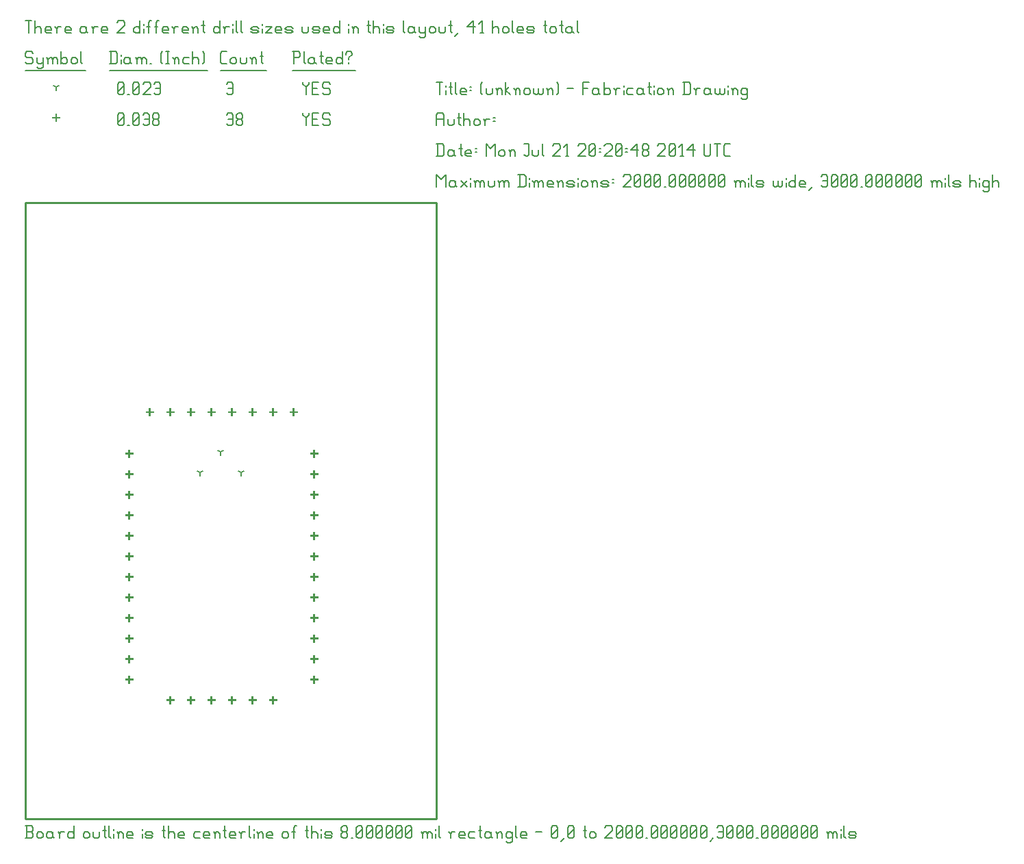
<source format=gbr>
G04 start of page 10 for group -3984 idx -3984 *
G04 Title: (unknown), fab *
G04 Creator: pcb 20110918 *
G04 CreationDate: Mon Jul 21 20:20:48 2014 UTC *
G04 For: fosse *
G04 Format: Gerber/RS-274X *
G04 PCB-Dimensions: 200000 300000 *
G04 PCB-Coordinate-Origin: lower left *
%MOIN*%
%FSLAX25Y25*%
%LNFAB*%
%ADD46C,0.0100*%
%ADD45C,0.0060*%
%ADD44R,0.0080X0.0080*%
G54D44*X140500Y179350D02*Y176150D01*
X138900Y177750D02*X142100D01*
X140500Y169350D02*Y166150D01*
X138900Y167750D02*X142100D01*
X140500Y159350D02*Y156150D01*
X138900Y157750D02*X142100D01*
X140500Y149350D02*Y146150D01*
X138900Y147750D02*X142100D01*
X140500Y139350D02*Y136150D01*
X138900Y137750D02*X142100D01*
X140500Y129350D02*Y126150D01*
X138900Y127750D02*X142100D01*
X140500Y119350D02*Y116150D01*
X138900Y117750D02*X142100D01*
X140500Y109350D02*Y106150D01*
X138900Y107750D02*X142100D01*
X140500Y99350D02*Y96150D01*
X138900Y97750D02*X142100D01*
X140500Y89350D02*Y86150D01*
X138900Y87750D02*X142100D01*
X140500Y79350D02*Y76150D01*
X138900Y77750D02*X142100D01*
X140500Y69350D02*Y66150D01*
X138900Y67750D02*X142100D01*
X50500Y179350D02*Y176150D01*
X48900Y177750D02*X52100D01*
X50500Y169350D02*Y166150D01*
X48900Y167750D02*X52100D01*
X50500Y159350D02*Y156150D01*
X48900Y157750D02*X52100D01*
X50500Y149350D02*Y146150D01*
X48900Y147750D02*X52100D01*
X50500Y139350D02*Y136150D01*
X48900Y137750D02*X52100D01*
X50500Y129350D02*Y126150D01*
X48900Y127750D02*X52100D01*
X50500Y119350D02*Y116150D01*
X48900Y117750D02*X52100D01*
X50500Y109350D02*Y106150D01*
X48900Y107750D02*X52100D01*
X50500Y99350D02*Y96150D01*
X48900Y97750D02*X52100D01*
X50500Y89350D02*Y86150D01*
X48900Y87750D02*X52100D01*
X50500Y79350D02*Y76150D01*
X48900Y77750D02*X52100D01*
X50500Y69350D02*Y66150D01*
X48900Y67750D02*X52100D01*
X60500Y199600D02*Y196400D01*
X58900Y198000D02*X62100D01*
X70500Y199600D02*Y196400D01*
X68900Y198000D02*X72100D01*
X80500Y199600D02*Y196400D01*
X78900Y198000D02*X82100D01*
X90500Y199600D02*Y196400D01*
X88900Y198000D02*X92100D01*
X100500Y199600D02*Y196400D01*
X98900Y198000D02*X102100D01*
X110500Y199600D02*Y196400D01*
X108900Y198000D02*X112100D01*
X120500Y199600D02*Y196400D01*
X118900Y198000D02*X122100D01*
X130500Y199600D02*Y196400D01*
X128900Y198000D02*X132100D01*
X70500Y59350D02*Y56150D01*
X68900Y57750D02*X72100D01*
X80500Y59350D02*Y56150D01*
X78900Y57750D02*X82100D01*
X90500Y59350D02*Y56150D01*
X88900Y57750D02*X92100D01*
X100500Y59350D02*Y56150D01*
X98900Y57750D02*X102100D01*
X110500Y59350D02*Y56150D01*
X108900Y57750D02*X112100D01*
X120500Y59350D02*Y56150D01*
X118900Y57750D02*X122100D01*
X15000Y342850D02*Y339650D01*
X13400Y341250D02*X16600D01*
G54D45*X135000Y343500D02*Y342750D01*
X136500Y341250D01*
X138000Y342750D01*
Y343500D02*Y342750D01*
X136500Y341250D02*Y337500D01*
X139800Y340500D02*X142050D01*
X139800Y337500D02*X142800D01*
X139800Y343500D02*Y337500D01*
Y343500D02*X142800D01*
X147600D02*X148350Y342750D01*
X145350Y343500D02*X147600D01*
X144600Y342750D02*X145350Y343500D01*
X144600Y342750D02*Y341250D01*
X145350Y340500D01*
X147600D01*
X148350Y339750D01*
Y338250D01*
X147600Y337500D02*X148350Y338250D01*
X145350Y337500D02*X147600D01*
X144600Y338250D02*X145350Y337500D01*
X98000Y342750D02*X98750Y343500D01*
X100250D01*
X101000Y342750D01*
Y338250D01*
X100250Y337500D02*X101000Y338250D01*
X98750Y337500D02*X100250D01*
X98000Y338250D02*X98750Y337500D01*
Y340500D02*X101000D01*
X102800Y338250D02*X103550Y337500D01*
X102800Y339750D02*Y338250D01*
Y339750D02*X103550Y340500D01*
X105050D01*
X105800Y339750D01*
Y338250D01*
X105050Y337500D02*X105800Y338250D01*
X103550Y337500D02*X105050D01*
X102800Y341250D02*X103550Y340500D01*
X102800Y342750D02*Y341250D01*
Y342750D02*X103550Y343500D01*
X105050D01*
X105800Y342750D01*
Y341250D01*
X105050Y340500D02*X105800Y341250D01*
X45000Y338250D02*X45750Y337500D01*
X45000Y342750D02*Y338250D01*
Y342750D02*X45750Y343500D01*
X47250D01*
X48000Y342750D01*
Y338250D01*
X47250Y337500D02*X48000Y338250D01*
X45750Y337500D02*X47250D01*
X45000Y339000D02*X48000Y342000D01*
X49800Y337500D02*X50550D01*
X52350Y338250D02*X53100Y337500D01*
X52350Y342750D02*Y338250D01*
Y342750D02*X53100Y343500D01*
X54600D01*
X55350Y342750D01*
Y338250D01*
X54600Y337500D02*X55350Y338250D01*
X53100Y337500D02*X54600D01*
X52350Y339000D02*X55350Y342000D01*
X57150Y342750D02*X57900Y343500D01*
X59400D01*
X60150Y342750D01*
Y338250D01*
X59400Y337500D02*X60150Y338250D01*
X57900Y337500D02*X59400D01*
X57150Y338250D02*X57900Y337500D01*
Y340500D02*X60150D01*
X61950Y338250D02*X62700Y337500D01*
X61950Y339750D02*Y338250D01*
Y339750D02*X62700Y340500D01*
X64200D01*
X64950Y339750D01*
Y338250D01*
X64200Y337500D02*X64950Y338250D01*
X62700Y337500D02*X64200D01*
X61950Y341250D02*X62700Y340500D01*
X61950Y342750D02*Y341250D01*
Y342750D02*X62700Y343500D01*
X64200D01*
X64950Y342750D01*
Y341250D01*
X64200Y340500D02*X64950Y341250D01*
X105000Y168500D02*Y166900D01*
Y168500D02*X106387Y169300D01*
X105000Y168500D02*X103613Y169300D01*
X85000Y168500D02*Y166900D01*
Y168500D02*X86387Y169300D01*
X85000Y168500D02*X83613Y169300D01*
X95000Y178500D02*Y176900D01*
Y178500D02*X96387Y179300D01*
X95000Y178500D02*X93613Y179300D01*
X15000Y356250D02*Y354650D01*
Y356250D02*X16387Y357050D01*
X15000Y356250D02*X13613Y357050D01*
X135000Y358500D02*Y357750D01*
X136500Y356250D01*
X138000Y357750D01*
Y358500D02*Y357750D01*
X136500Y356250D02*Y352500D01*
X139800Y355500D02*X142050D01*
X139800Y352500D02*X142800D01*
X139800Y358500D02*Y352500D01*
Y358500D02*X142800D01*
X147600D02*X148350Y357750D01*
X145350Y358500D02*X147600D01*
X144600Y357750D02*X145350Y358500D01*
X144600Y357750D02*Y356250D01*
X145350Y355500D01*
X147600D01*
X148350Y354750D01*
Y353250D01*
X147600Y352500D02*X148350Y353250D01*
X145350Y352500D02*X147600D01*
X144600Y353250D02*X145350Y352500D01*
X98000Y357750D02*X98750Y358500D01*
X100250D01*
X101000Y357750D01*
Y353250D01*
X100250Y352500D02*X101000Y353250D01*
X98750Y352500D02*X100250D01*
X98000Y353250D02*X98750Y352500D01*
Y355500D02*X101000D01*
X45000Y353250D02*X45750Y352500D01*
X45000Y357750D02*Y353250D01*
Y357750D02*X45750Y358500D01*
X47250D01*
X48000Y357750D01*
Y353250D01*
X47250Y352500D02*X48000Y353250D01*
X45750Y352500D02*X47250D01*
X45000Y354000D02*X48000Y357000D01*
X49800Y352500D02*X50550D01*
X52350Y353250D02*X53100Y352500D01*
X52350Y357750D02*Y353250D01*
Y357750D02*X53100Y358500D01*
X54600D01*
X55350Y357750D01*
Y353250D01*
X54600Y352500D02*X55350Y353250D01*
X53100Y352500D02*X54600D01*
X52350Y354000D02*X55350Y357000D01*
X57150Y357750D02*X57900Y358500D01*
X60150D01*
X60900Y357750D01*
Y356250D01*
X57150Y352500D02*X60900Y356250D01*
X57150Y352500D02*X60900D01*
X62700Y357750D02*X63450Y358500D01*
X64950D01*
X65700Y357750D01*
Y353250D01*
X64950Y352500D02*X65700Y353250D01*
X63450Y352500D02*X64950D01*
X62700Y353250D02*X63450Y352500D01*
Y355500D02*X65700D01*
X3000Y373500D02*X3750Y372750D01*
X750Y373500D02*X3000D01*
X0Y372750D02*X750Y373500D01*
X0Y372750D02*Y371250D01*
X750Y370500D01*
X3000D01*
X3750Y369750D01*
Y368250D01*
X3000Y367500D02*X3750Y368250D01*
X750Y367500D02*X3000D01*
X0Y368250D02*X750Y367500D01*
X5550Y370500D02*Y368250D01*
X6300Y367500D01*
X8550Y370500D02*Y366000D01*
X7800Y365250D02*X8550Y366000D01*
X6300Y365250D02*X7800D01*
X5550Y366000D02*X6300Y365250D01*
Y367500D02*X7800D01*
X8550Y368250D01*
X11100Y369750D02*Y367500D01*
Y369750D02*X11850Y370500D01*
X12600D01*
X13350Y369750D01*
Y367500D01*
Y369750D02*X14100Y370500D01*
X14850D01*
X15600Y369750D01*
Y367500D01*
X10350Y370500D02*X11100Y369750D01*
X17400Y373500D02*Y367500D01*
Y368250D02*X18150Y367500D01*
X19650D01*
X20400Y368250D01*
Y369750D02*Y368250D01*
X19650Y370500D02*X20400Y369750D01*
X18150Y370500D02*X19650D01*
X17400Y369750D02*X18150Y370500D01*
X22200Y369750D02*Y368250D01*
Y369750D02*X22950Y370500D01*
X24450D01*
X25200Y369750D01*
Y368250D01*
X24450Y367500D02*X25200Y368250D01*
X22950Y367500D02*X24450D01*
X22200Y368250D02*X22950Y367500D01*
X27000Y373500D02*Y368250D01*
X27750Y367500D01*
X0Y364250D02*X29250D01*
X41750Y373500D02*Y367500D01*
X44000Y373500D02*X44750Y372750D01*
Y368250D01*
X44000Y367500D02*X44750Y368250D01*
X41000Y367500D02*X44000D01*
X41000Y373500D02*X44000D01*
X46550Y372000D02*Y371250D01*
Y369750D02*Y367500D01*
X50300Y370500D02*X51050Y369750D01*
X48800Y370500D02*X50300D01*
X48050Y369750D02*X48800Y370500D01*
X48050Y369750D02*Y368250D01*
X48800Y367500D01*
X51050Y370500D02*Y368250D01*
X51800Y367500D01*
X48800D02*X50300D01*
X51050Y368250D01*
X54350Y369750D02*Y367500D01*
Y369750D02*X55100Y370500D01*
X55850D01*
X56600Y369750D01*
Y367500D01*
Y369750D02*X57350Y370500D01*
X58100D01*
X58850Y369750D01*
Y367500D01*
X53600Y370500D02*X54350Y369750D01*
X60650Y367500D02*X61400D01*
X65900Y368250D02*X66650Y367500D01*
X65900Y372750D02*X66650Y373500D01*
X65900Y372750D02*Y368250D01*
X68450Y373500D02*X69950D01*
X69200D02*Y367500D01*
X68450D02*X69950D01*
X72500Y369750D02*Y367500D01*
Y369750D02*X73250Y370500D01*
X74000D01*
X74750Y369750D01*
Y367500D01*
X71750Y370500D02*X72500Y369750D01*
X77300Y370500D02*X79550D01*
X76550Y369750D02*X77300Y370500D01*
X76550Y369750D02*Y368250D01*
X77300Y367500D01*
X79550D01*
X81350Y373500D02*Y367500D01*
Y369750D02*X82100Y370500D01*
X83600D01*
X84350Y369750D01*
Y367500D01*
X86150Y373500D02*X86900Y372750D01*
Y368250D01*
X86150Y367500D02*X86900Y368250D01*
X41000Y364250D02*X88700D01*
X95750Y367500D02*X98000D01*
X95000Y368250D02*X95750Y367500D01*
X95000Y372750D02*Y368250D01*
Y372750D02*X95750Y373500D01*
X98000D01*
X99800Y369750D02*Y368250D01*
Y369750D02*X100550Y370500D01*
X102050D01*
X102800Y369750D01*
Y368250D01*
X102050Y367500D02*X102800Y368250D01*
X100550Y367500D02*X102050D01*
X99800Y368250D02*X100550Y367500D01*
X104600Y370500D02*Y368250D01*
X105350Y367500D01*
X106850D01*
X107600Y368250D01*
Y370500D02*Y368250D01*
X110150Y369750D02*Y367500D01*
Y369750D02*X110900Y370500D01*
X111650D01*
X112400Y369750D01*
Y367500D01*
X109400Y370500D02*X110150Y369750D01*
X114950Y373500D02*Y368250D01*
X115700Y367500D01*
X114200Y371250D02*X115700D01*
X95000Y364250D02*X117200D01*
X130750Y373500D02*Y367500D01*
X130000Y373500D02*X133000D01*
X133750Y372750D01*
Y371250D01*
X133000Y370500D02*X133750Y371250D01*
X130750Y370500D02*X133000D01*
X135550Y373500D02*Y368250D01*
X136300Y367500D01*
X140050Y370500D02*X140800Y369750D01*
X138550Y370500D02*X140050D01*
X137800Y369750D02*X138550Y370500D01*
X137800Y369750D02*Y368250D01*
X138550Y367500D01*
X140800Y370500D02*Y368250D01*
X141550Y367500D01*
X138550D02*X140050D01*
X140800Y368250D01*
X144100Y373500D02*Y368250D01*
X144850Y367500D01*
X143350Y371250D02*X144850D01*
X147100Y367500D02*X149350D01*
X146350Y368250D02*X147100Y367500D01*
X146350Y369750D02*Y368250D01*
Y369750D02*X147100Y370500D01*
X148600D01*
X149350Y369750D01*
X146350Y369000D02*X149350D01*
Y369750D02*Y369000D01*
X154150Y373500D02*Y367500D01*
X153400D02*X154150Y368250D01*
X151900Y367500D02*X153400D01*
X151150Y368250D02*X151900Y367500D01*
X151150Y369750D02*Y368250D01*
Y369750D02*X151900Y370500D01*
X153400D01*
X154150Y369750D01*
X157450Y370500D02*Y369750D01*
Y368250D02*Y367500D01*
X155950Y372750D02*Y372000D01*
Y372750D02*X156700Y373500D01*
X158200D01*
X158950Y372750D01*
Y372000D01*
X157450Y370500D02*X158950Y372000D01*
X130000Y364250D02*X160750D01*
X0Y388500D02*X3000D01*
X1500D02*Y382500D01*
X4800Y388500D02*Y382500D01*
Y384750D02*X5550Y385500D01*
X7050D01*
X7800Y384750D01*
Y382500D01*
X10350D02*X12600D01*
X9600Y383250D02*X10350Y382500D01*
X9600Y384750D02*Y383250D01*
Y384750D02*X10350Y385500D01*
X11850D01*
X12600Y384750D01*
X9600Y384000D02*X12600D01*
Y384750D02*Y384000D01*
X15150Y384750D02*Y382500D01*
Y384750D02*X15900Y385500D01*
X17400D01*
X14400D02*X15150Y384750D01*
X19950Y382500D02*X22200D01*
X19200Y383250D02*X19950Y382500D01*
X19200Y384750D02*Y383250D01*
Y384750D02*X19950Y385500D01*
X21450D01*
X22200Y384750D01*
X19200Y384000D02*X22200D01*
Y384750D02*Y384000D01*
X28950Y385500D02*X29700Y384750D01*
X27450Y385500D02*X28950D01*
X26700Y384750D02*X27450Y385500D01*
X26700Y384750D02*Y383250D01*
X27450Y382500D01*
X29700Y385500D02*Y383250D01*
X30450Y382500D01*
X27450D02*X28950D01*
X29700Y383250D01*
X33000Y384750D02*Y382500D01*
Y384750D02*X33750Y385500D01*
X35250D01*
X32250D02*X33000Y384750D01*
X37800Y382500D02*X40050D01*
X37050Y383250D02*X37800Y382500D01*
X37050Y384750D02*Y383250D01*
Y384750D02*X37800Y385500D01*
X39300D01*
X40050Y384750D01*
X37050Y384000D02*X40050D01*
Y384750D02*Y384000D01*
X44550Y387750D02*X45300Y388500D01*
X47550D01*
X48300Y387750D01*
Y386250D01*
X44550Y382500D02*X48300Y386250D01*
X44550Y382500D02*X48300D01*
X55800Y388500D02*Y382500D01*
X55050D02*X55800Y383250D01*
X53550Y382500D02*X55050D01*
X52800Y383250D02*X53550Y382500D01*
X52800Y384750D02*Y383250D01*
Y384750D02*X53550Y385500D01*
X55050D01*
X55800Y384750D01*
X57600Y387000D02*Y386250D01*
Y384750D02*Y382500D01*
X59850Y387750D02*Y382500D01*
Y387750D02*X60600Y388500D01*
X61350D01*
X59100Y385500D02*X60600D01*
X63600Y387750D02*Y382500D01*
Y387750D02*X64350Y388500D01*
X65100D01*
X62850Y385500D02*X64350D01*
X67350Y382500D02*X69600D01*
X66600Y383250D02*X67350Y382500D01*
X66600Y384750D02*Y383250D01*
Y384750D02*X67350Y385500D01*
X68850D01*
X69600Y384750D01*
X66600Y384000D02*X69600D01*
Y384750D02*Y384000D01*
X72150Y384750D02*Y382500D01*
Y384750D02*X72900Y385500D01*
X74400D01*
X71400D02*X72150Y384750D01*
X76950Y382500D02*X79200D01*
X76200Y383250D02*X76950Y382500D01*
X76200Y384750D02*Y383250D01*
Y384750D02*X76950Y385500D01*
X78450D01*
X79200Y384750D01*
X76200Y384000D02*X79200D01*
Y384750D02*Y384000D01*
X81750Y384750D02*Y382500D01*
Y384750D02*X82500Y385500D01*
X83250D01*
X84000Y384750D01*
Y382500D01*
X81000Y385500D02*X81750Y384750D01*
X86550Y388500D02*Y383250D01*
X87300Y382500D01*
X85800Y386250D02*X87300D01*
X94500Y388500D02*Y382500D01*
X93750D02*X94500Y383250D01*
X92250Y382500D02*X93750D01*
X91500Y383250D02*X92250Y382500D01*
X91500Y384750D02*Y383250D01*
Y384750D02*X92250Y385500D01*
X93750D01*
X94500Y384750D01*
X97050D02*Y382500D01*
Y384750D02*X97800Y385500D01*
X99300D01*
X96300D02*X97050Y384750D01*
X101100Y387000D02*Y386250D01*
Y384750D02*Y382500D01*
X102600Y388500D02*Y383250D01*
X103350Y382500D01*
X104850Y388500D02*Y383250D01*
X105600Y382500D01*
X110550D02*X112800D01*
X113550Y383250D01*
X112800Y384000D02*X113550Y383250D01*
X110550Y384000D02*X112800D01*
X109800Y384750D02*X110550Y384000D01*
X109800Y384750D02*X110550Y385500D01*
X112800D01*
X113550Y384750D01*
X109800Y383250D02*X110550Y382500D01*
X115350Y387000D02*Y386250D01*
Y384750D02*Y382500D01*
X116850Y385500D02*X119850D01*
X116850Y382500D02*X119850Y385500D01*
X116850Y382500D02*X119850D01*
X122400D02*X124650D01*
X121650Y383250D02*X122400Y382500D01*
X121650Y384750D02*Y383250D01*
Y384750D02*X122400Y385500D01*
X123900D01*
X124650Y384750D01*
X121650Y384000D02*X124650D01*
Y384750D02*Y384000D01*
X127200Y382500D02*X129450D01*
X130200Y383250D01*
X129450Y384000D02*X130200Y383250D01*
X127200Y384000D02*X129450D01*
X126450Y384750D02*X127200Y384000D01*
X126450Y384750D02*X127200Y385500D01*
X129450D01*
X130200Y384750D01*
X126450Y383250D02*X127200Y382500D01*
X134700Y385500D02*Y383250D01*
X135450Y382500D01*
X136950D01*
X137700Y383250D01*
Y385500D02*Y383250D01*
X140250Y382500D02*X142500D01*
X143250Y383250D01*
X142500Y384000D02*X143250Y383250D01*
X140250Y384000D02*X142500D01*
X139500Y384750D02*X140250Y384000D01*
X139500Y384750D02*X140250Y385500D01*
X142500D01*
X143250Y384750D01*
X139500Y383250D02*X140250Y382500D01*
X145800D02*X148050D01*
X145050Y383250D02*X145800Y382500D01*
X145050Y384750D02*Y383250D01*
Y384750D02*X145800Y385500D01*
X147300D01*
X148050Y384750D01*
X145050Y384000D02*X148050D01*
Y384750D02*Y384000D01*
X152850Y388500D02*Y382500D01*
X152100D02*X152850Y383250D01*
X150600Y382500D02*X152100D01*
X149850Y383250D02*X150600Y382500D01*
X149850Y384750D02*Y383250D01*
Y384750D02*X150600Y385500D01*
X152100D01*
X152850Y384750D01*
X157350Y387000D02*Y386250D01*
Y384750D02*Y382500D01*
X159600Y384750D02*Y382500D01*
Y384750D02*X160350Y385500D01*
X161100D01*
X161850Y384750D01*
Y382500D01*
X158850Y385500D02*X159600Y384750D01*
X167100Y388500D02*Y383250D01*
X167850Y382500D01*
X166350Y386250D02*X167850D01*
X169350Y388500D02*Y382500D01*
Y384750D02*X170100Y385500D01*
X171600D01*
X172350Y384750D01*
Y382500D01*
X174150Y387000D02*Y386250D01*
Y384750D02*Y382500D01*
X176400D02*X178650D01*
X179400Y383250D01*
X178650Y384000D02*X179400Y383250D01*
X176400Y384000D02*X178650D01*
X175650Y384750D02*X176400Y384000D01*
X175650Y384750D02*X176400Y385500D01*
X178650D01*
X179400Y384750D01*
X175650Y383250D02*X176400Y382500D01*
X183900Y388500D02*Y383250D01*
X184650Y382500D01*
X188400Y385500D02*X189150Y384750D01*
X186900Y385500D02*X188400D01*
X186150Y384750D02*X186900Y385500D01*
X186150Y384750D02*Y383250D01*
X186900Y382500D01*
X189150Y385500D02*Y383250D01*
X189900Y382500D01*
X186900D02*X188400D01*
X189150Y383250D01*
X191700Y385500D02*Y383250D01*
X192450Y382500D01*
X194700Y385500D02*Y381000D01*
X193950Y380250D02*X194700Y381000D01*
X192450Y380250D02*X193950D01*
X191700Y381000D02*X192450Y380250D01*
Y382500D02*X193950D01*
X194700Y383250D01*
X196500Y384750D02*Y383250D01*
Y384750D02*X197250Y385500D01*
X198750D01*
X199500Y384750D01*
Y383250D01*
X198750Y382500D02*X199500Y383250D01*
X197250Y382500D02*X198750D01*
X196500Y383250D02*X197250Y382500D01*
X201300Y385500D02*Y383250D01*
X202050Y382500D01*
X203550D01*
X204300Y383250D01*
Y385500D02*Y383250D01*
X206850Y388500D02*Y383250D01*
X207600Y382500D01*
X206100Y386250D02*X207600D01*
X209100Y381000D02*X210600Y382500D01*
X215100Y385500D02*X218100Y388500D01*
X215100Y385500D02*X218850D01*
X218100Y388500D02*Y382500D01*
X221400D02*X222900D01*
X222150Y388500D02*Y382500D01*
X220650Y387000D02*X222150Y388500D01*
X227400D02*Y382500D01*
Y384750D02*X228150Y385500D01*
X229650D01*
X230400Y384750D01*
Y382500D01*
X232200Y384750D02*Y383250D01*
Y384750D02*X232950Y385500D01*
X234450D01*
X235200Y384750D01*
Y383250D01*
X234450Y382500D02*X235200Y383250D01*
X232950Y382500D02*X234450D01*
X232200Y383250D02*X232950Y382500D01*
X237000Y388500D02*Y383250D01*
X237750Y382500D01*
X240000D02*X242250D01*
X239250Y383250D02*X240000Y382500D01*
X239250Y384750D02*Y383250D01*
Y384750D02*X240000Y385500D01*
X241500D01*
X242250Y384750D01*
X239250Y384000D02*X242250D01*
Y384750D02*Y384000D01*
X244800Y382500D02*X247050D01*
X247800Y383250D01*
X247050Y384000D02*X247800Y383250D01*
X244800Y384000D02*X247050D01*
X244050Y384750D02*X244800Y384000D01*
X244050Y384750D02*X244800Y385500D01*
X247050D01*
X247800Y384750D01*
X244050Y383250D02*X244800Y382500D01*
X253050Y388500D02*Y383250D01*
X253800Y382500D01*
X252300Y386250D02*X253800D01*
X255300Y384750D02*Y383250D01*
Y384750D02*X256050Y385500D01*
X257550D01*
X258300Y384750D01*
Y383250D01*
X257550Y382500D02*X258300Y383250D01*
X256050Y382500D02*X257550D01*
X255300Y383250D02*X256050Y382500D01*
X260850Y388500D02*Y383250D01*
X261600Y382500D01*
X260100Y386250D02*X261600D01*
X265350Y385500D02*X266100Y384750D01*
X263850Y385500D02*X265350D01*
X263100Y384750D02*X263850Y385500D01*
X263100Y384750D02*Y383250D01*
X263850Y382500D01*
X266100Y385500D02*Y383250D01*
X266850Y382500D01*
X263850D02*X265350D01*
X266100Y383250D01*
X268650Y388500D02*Y383250D01*
X269400Y382500D01*
G54D46*X0Y300000D02*X200000D01*
X0D02*Y0D01*
X200000Y300000D02*Y0D01*
X0D02*X200000D01*
G54D45*Y313500D02*Y307500D01*
Y313500D02*X202250Y311250D01*
X204500Y313500D01*
Y307500D01*
X208550Y310500D02*X209300Y309750D01*
X207050Y310500D02*X208550D01*
X206300Y309750D02*X207050Y310500D01*
X206300Y309750D02*Y308250D01*
X207050Y307500D01*
X209300Y310500D02*Y308250D01*
X210050Y307500D01*
X207050D02*X208550D01*
X209300Y308250D01*
X211850Y310500D02*X214850Y307500D01*
X211850D02*X214850Y310500D01*
X216650Y312000D02*Y311250D01*
Y309750D02*Y307500D01*
X218900Y309750D02*Y307500D01*
Y309750D02*X219650Y310500D01*
X220400D01*
X221150Y309750D01*
Y307500D01*
Y309750D02*X221900Y310500D01*
X222650D01*
X223400Y309750D01*
Y307500D01*
X218150Y310500D02*X218900Y309750D01*
X225200Y310500D02*Y308250D01*
X225950Y307500D01*
X227450D01*
X228200Y308250D01*
Y310500D02*Y308250D01*
X230750Y309750D02*Y307500D01*
Y309750D02*X231500Y310500D01*
X232250D01*
X233000Y309750D01*
Y307500D01*
Y309750D02*X233750Y310500D01*
X234500D01*
X235250Y309750D01*
Y307500D01*
X230000Y310500D02*X230750Y309750D01*
X240500Y313500D02*Y307500D01*
X242750Y313500D02*X243500Y312750D01*
Y308250D01*
X242750Y307500D02*X243500Y308250D01*
X239750Y307500D02*X242750D01*
X239750Y313500D02*X242750D01*
X245300Y312000D02*Y311250D01*
Y309750D02*Y307500D01*
X247550Y309750D02*Y307500D01*
Y309750D02*X248300Y310500D01*
X249050D01*
X249800Y309750D01*
Y307500D01*
Y309750D02*X250550Y310500D01*
X251300D01*
X252050Y309750D01*
Y307500D01*
X246800Y310500D02*X247550Y309750D01*
X254600Y307500D02*X256850D01*
X253850Y308250D02*X254600Y307500D01*
X253850Y309750D02*Y308250D01*
Y309750D02*X254600Y310500D01*
X256100D01*
X256850Y309750D01*
X253850Y309000D02*X256850D01*
Y309750D02*Y309000D01*
X259400Y309750D02*Y307500D01*
Y309750D02*X260150Y310500D01*
X260900D01*
X261650Y309750D01*
Y307500D01*
X258650Y310500D02*X259400Y309750D01*
X264200Y307500D02*X266450D01*
X267200Y308250D01*
X266450Y309000D02*X267200Y308250D01*
X264200Y309000D02*X266450D01*
X263450Y309750D02*X264200Y309000D01*
X263450Y309750D02*X264200Y310500D01*
X266450D01*
X267200Y309750D01*
X263450Y308250D02*X264200Y307500D01*
X269000Y312000D02*Y311250D01*
Y309750D02*Y307500D01*
X270500Y309750D02*Y308250D01*
Y309750D02*X271250Y310500D01*
X272750D01*
X273500Y309750D01*
Y308250D01*
X272750Y307500D02*X273500Y308250D01*
X271250Y307500D02*X272750D01*
X270500Y308250D02*X271250Y307500D01*
X276050Y309750D02*Y307500D01*
Y309750D02*X276800Y310500D01*
X277550D01*
X278300Y309750D01*
Y307500D01*
X275300Y310500D02*X276050Y309750D01*
X280850Y307500D02*X283100D01*
X283850Y308250D01*
X283100Y309000D02*X283850Y308250D01*
X280850Y309000D02*X283100D01*
X280100Y309750D02*X280850Y309000D01*
X280100Y309750D02*X280850Y310500D01*
X283100D01*
X283850Y309750D01*
X280100Y308250D02*X280850Y307500D01*
X285650Y311250D02*X286400D01*
X285650Y309750D02*X286400D01*
X290900Y312750D02*X291650Y313500D01*
X293900D01*
X294650Y312750D01*
Y311250D01*
X290900Y307500D02*X294650Y311250D01*
X290900Y307500D02*X294650D01*
X296450Y308250D02*X297200Y307500D01*
X296450Y312750D02*Y308250D01*
Y312750D02*X297200Y313500D01*
X298700D01*
X299450Y312750D01*
Y308250D01*
X298700Y307500D02*X299450Y308250D01*
X297200Y307500D02*X298700D01*
X296450Y309000D02*X299450Y312000D01*
X301250Y308250D02*X302000Y307500D01*
X301250Y312750D02*Y308250D01*
Y312750D02*X302000Y313500D01*
X303500D01*
X304250Y312750D01*
Y308250D01*
X303500Y307500D02*X304250Y308250D01*
X302000Y307500D02*X303500D01*
X301250Y309000D02*X304250Y312000D01*
X306050Y308250D02*X306800Y307500D01*
X306050Y312750D02*Y308250D01*
Y312750D02*X306800Y313500D01*
X308300D01*
X309050Y312750D01*
Y308250D01*
X308300Y307500D02*X309050Y308250D01*
X306800Y307500D02*X308300D01*
X306050Y309000D02*X309050Y312000D01*
X310850Y307500D02*X311600D01*
X313400Y308250D02*X314150Y307500D01*
X313400Y312750D02*Y308250D01*
Y312750D02*X314150Y313500D01*
X315650D01*
X316400Y312750D01*
Y308250D01*
X315650Y307500D02*X316400Y308250D01*
X314150Y307500D02*X315650D01*
X313400Y309000D02*X316400Y312000D01*
X318200Y308250D02*X318950Y307500D01*
X318200Y312750D02*Y308250D01*
Y312750D02*X318950Y313500D01*
X320450D01*
X321200Y312750D01*
Y308250D01*
X320450Y307500D02*X321200Y308250D01*
X318950Y307500D02*X320450D01*
X318200Y309000D02*X321200Y312000D01*
X323000Y308250D02*X323750Y307500D01*
X323000Y312750D02*Y308250D01*
Y312750D02*X323750Y313500D01*
X325250D01*
X326000Y312750D01*
Y308250D01*
X325250Y307500D02*X326000Y308250D01*
X323750Y307500D02*X325250D01*
X323000Y309000D02*X326000Y312000D01*
X327800Y308250D02*X328550Y307500D01*
X327800Y312750D02*Y308250D01*
Y312750D02*X328550Y313500D01*
X330050D01*
X330800Y312750D01*
Y308250D01*
X330050Y307500D02*X330800Y308250D01*
X328550Y307500D02*X330050D01*
X327800Y309000D02*X330800Y312000D01*
X332600Y308250D02*X333350Y307500D01*
X332600Y312750D02*Y308250D01*
Y312750D02*X333350Y313500D01*
X334850D01*
X335600Y312750D01*
Y308250D01*
X334850Y307500D02*X335600Y308250D01*
X333350Y307500D02*X334850D01*
X332600Y309000D02*X335600Y312000D01*
X337400Y308250D02*X338150Y307500D01*
X337400Y312750D02*Y308250D01*
Y312750D02*X338150Y313500D01*
X339650D01*
X340400Y312750D01*
Y308250D01*
X339650Y307500D02*X340400Y308250D01*
X338150Y307500D02*X339650D01*
X337400Y309000D02*X340400Y312000D01*
X345650Y309750D02*Y307500D01*
Y309750D02*X346400Y310500D01*
X347150D01*
X347900Y309750D01*
Y307500D01*
Y309750D02*X348650Y310500D01*
X349400D01*
X350150Y309750D01*
Y307500D01*
X344900Y310500D02*X345650Y309750D01*
X351950Y312000D02*Y311250D01*
Y309750D02*Y307500D01*
X353450Y313500D02*Y308250D01*
X354200Y307500D01*
X356450D02*X358700D01*
X359450Y308250D01*
X358700Y309000D02*X359450Y308250D01*
X356450Y309000D02*X358700D01*
X355700Y309750D02*X356450Y309000D01*
X355700Y309750D02*X356450Y310500D01*
X358700D01*
X359450Y309750D01*
X355700Y308250D02*X356450Y307500D01*
X363950Y310500D02*Y308250D01*
X364700Y307500D01*
X365450D01*
X366200Y308250D01*
Y310500D02*Y308250D01*
X366950Y307500D01*
X367700D01*
X368450Y308250D01*
Y310500D02*Y308250D01*
X370250Y312000D02*Y311250D01*
Y309750D02*Y307500D01*
X374750Y313500D02*Y307500D01*
X374000D02*X374750Y308250D01*
X372500Y307500D02*X374000D01*
X371750Y308250D02*X372500Y307500D01*
X371750Y309750D02*Y308250D01*
Y309750D02*X372500Y310500D01*
X374000D01*
X374750Y309750D01*
X377300Y307500D02*X379550D01*
X376550Y308250D02*X377300Y307500D01*
X376550Y309750D02*Y308250D01*
Y309750D02*X377300Y310500D01*
X378800D01*
X379550Y309750D01*
X376550Y309000D02*X379550D01*
Y309750D02*Y309000D01*
X381350Y306000D02*X382850Y307500D01*
X387350Y312750D02*X388100Y313500D01*
X389600D01*
X390350Y312750D01*
Y308250D01*
X389600Y307500D02*X390350Y308250D01*
X388100Y307500D02*X389600D01*
X387350Y308250D02*X388100Y307500D01*
Y310500D02*X390350D01*
X392150Y308250D02*X392900Y307500D01*
X392150Y312750D02*Y308250D01*
Y312750D02*X392900Y313500D01*
X394400D01*
X395150Y312750D01*
Y308250D01*
X394400Y307500D02*X395150Y308250D01*
X392900Y307500D02*X394400D01*
X392150Y309000D02*X395150Y312000D01*
X396950Y308250D02*X397700Y307500D01*
X396950Y312750D02*Y308250D01*
Y312750D02*X397700Y313500D01*
X399200D01*
X399950Y312750D01*
Y308250D01*
X399200Y307500D02*X399950Y308250D01*
X397700Y307500D02*X399200D01*
X396950Y309000D02*X399950Y312000D01*
X401750Y308250D02*X402500Y307500D01*
X401750Y312750D02*Y308250D01*
Y312750D02*X402500Y313500D01*
X404000D01*
X404750Y312750D01*
Y308250D01*
X404000Y307500D02*X404750Y308250D01*
X402500Y307500D02*X404000D01*
X401750Y309000D02*X404750Y312000D01*
X406550Y307500D02*X407300D01*
X409100Y308250D02*X409850Y307500D01*
X409100Y312750D02*Y308250D01*
Y312750D02*X409850Y313500D01*
X411350D01*
X412100Y312750D01*
Y308250D01*
X411350Y307500D02*X412100Y308250D01*
X409850Y307500D02*X411350D01*
X409100Y309000D02*X412100Y312000D01*
X413900Y308250D02*X414650Y307500D01*
X413900Y312750D02*Y308250D01*
Y312750D02*X414650Y313500D01*
X416150D01*
X416900Y312750D01*
Y308250D01*
X416150Y307500D02*X416900Y308250D01*
X414650Y307500D02*X416150D01*
X413900Y309000D02*X416900Y312000D01*
X418700Y308250D02*X419450Y307500D01*
X418700Y312750D02*Y308250D01*
Y312750D02*X419450Y313500D01*
X420950D01*
X421700Y312750D01*
Y308250D01*
X420950Y307500D02*X421700Y308250D01*
X419450Y307500D02*X420950D01*
X418700Y309000D02*X421700Y312000D01*
X423500Y308250D02*X424250Y307500D01*
X423500Y312750D02*Y308250D01*
Y312750D02*X424250Y313500D01*
X425750D01*
X426500Y312750D01*
Y308250D01*
X425750Y307500D02*X426500Y308250D01*
X424250Y307500D02*X425750D01*
X423500Y309000D02*X426500Y312000D01*
X428300Y308250D02*X429050Y307500D01*
X428300Y312750D02*Y308250D01*
Y312750D02*X429050Y313500D01*
X430550D01*
X431300Y312750D01*
Y308250D01*
X430550Y307500D02*X431300Y308250D01*
X429050Y307500D02*X430550D01*
X428300Y309000D02*X431300Y312000D01*
X433100Y308250D02*X433850Y307500D01*
X433100Y312750D02*Y308250D01*
Y312750D02*X433850Y313500D01*
X435350D01*
X436100Y312750D01*
Y308250D01*
X435350Y307500D02*X436100Y308250D01*
X433850Y307500D02*X435350D01*
X433100Y309000D02*X436100Y312000D01*
X441350Y309750D02*Y307500D01*
Y309750D02*X442100Y310500D01*
X442850D01*
X443600Y309750D01*
Y307500D01*
Y309750D02*X444350Y310500D01*
X445100D01*
X445850Y309750D01*
Y307500D01*
X440600Y310500D02*X441350Y309750D01*
X447650Y312000D02*Y311250D01*
Y309750D02*Y307500D01*
X449150Y313500D02*Y308250D01*
X449900Y307500D01*
X452150D02*X454400D01*
X455150Y308250D01*
X454400Y309000D02*X455150Y308250D01*
X452150Y309000D02*X454400D01*
X451400Y309750D02*X452150Y309000D01*
X451400Y309750D02*X452150Y310500D01*
X454400D01*
X455150Y309750D01*
X451400Y308250D02*X452150Y307500D01*
X459650Y313500D02*Y307500D01*
Y309750D02*X460400Y310500D01*
X461900D01*
X462650Y309750D01*
Y307500D01*
X464450Y312000D02*Y311250D01*
Y309750D02*Y307500D01*
X468200Y310500D02*X468950Y309750D01*
X466700Y310500D02*X468200D01*
X465950Y309750D02*X466700Y310500D01*
X465950Y309750D02*Y308250D01*
X466700Y307500D01*
X468200D01*
X468950Y308250D01*
X465950Y306000D02*X466700Y305250D01*
X468200D01*
X468950Y306000D01*
Y310500D02*Y306000D01*
X470750Y313500D02*Y307500D01*
Y309750D02*X471500Y310500D01*
X473000D01*
X473750Y309750D01*
Y307500D01*
X0Y-9500D02*X3000D01*
X3750Y-8750D01*
Y-7250D02*Y-8750D01*
X3000Y-6500D02*X3750Y-7250D01*
X750Y-6500D02*X3000D01*
X750Y-3500D02*Y-9500D01*
X0Y-3500D02*X3000D01*
X3750Y-4250D01*
Y-5750D01*
X3000Y-6500D02*X3750Y-5750D01*
X5550Y-7250D02*Y-8750D01*
Y-7250D02*X6300Y-6500D01*
X7800D01*
X8550Y-7250D01*
Y-8750D01*
X7800Y-9500D02*X8550Y-8750D01*
X6300Y-9500D02*X7800D01*
X5550Y-8750D02*X6300Y-9500D01*
X12600Y-6500D02*X13350Y-7250D01*
X11100Y-6500D02*X12600D01*
X10350Y-7250D02*X11100Y-6500D01*
X10350Y-7250D02*Y-8750D01*
X11100Y-9500D01*
X13350Y-6500D02*Y-8750D01*
X14100Y-9500D01*
X11100D02*X12600D01*
X13350Y-8750D01*
X16650Y-7250D02*Y-9500D01*
Y-7250D02*X17400Y-6500D01*
X18900D01*
X15900D02*X16650Y-7250D01*
X23700Y-3500D02*Y-9500D01*
X22950D02*X23700Y-8750D01*
X21450Y-9500D02*X22950D01*
X20700Y-8750D02*X21450Y-9500D01*
X20700Y-7250D02*Y-8750D01*
Y-7250D02*X21450Y-6500D01*
X22950D01*
X23700Y-7250D01*
X28200D02*Y-8750D01*
Y-7250D02*X28950Y-6500D01*
X30450D01*
X31200Y-7250D01*
Y-8750D01*
X30450Y-9500D02*X31200Y-8750D01*
X28950Y-9500D02*X30450D01*
X28200Y-8750D02*X28950Y-9500D01*
X33000Y-6500D02*Y-8750D01*
X33750Y-9500D01*
X35250D01*
X36000Y-8750D01*
Y-6500D02*Y-8750D01*
X38550Y-3500D02*Y-8750D01*
X39300Y-9500D01*
X37800Y-5750D02*X39300D01*
X40800Y-3500D02*Y-8750D01*
X41550Y-9500D01*
X43050Y-5000D02*Y-5750D01*
Y-7250D02*Y-9500D01*
X45300Y-7250D02*Y-9500D01*
Y-7250D02*X46050Y-6500D01*
X46800D01*
X47550Y-7250D01*
Y-9500D01*
X44550Y-6500D02*X45300Y-7250D01*
X50100Y-9500D02*X52350D01*
X49350Y-8750D02*X50100Y-9500D01*
X49350Y-7250D02*Y-8750D01*
Y-7250D02*X50100Y-6500D01*
X51600D01*
X52350Y-7250D01*
X49350Y-8000D02*X52350D01*
Y-7250D02*Y-8000D01*
X56850Y-5000D02*Y-5750D01*
Y-7250D02*Y-9500D01*
X59100D02*X61350D01*
X62100Y-8750D01*
X61350Y-8000D02*X62100Y-8750D01*
X59100Y-8000D02*X61350D01*
X58350Y-7250D02*X59100Y-8000D01*
X58350Y-7250D02*X59100Y-6500D01*
X61350D01*
X62100Y-7250D01*
X58350Y-8750D02*X59100Y-9500D01*
X67350Y-3500D02*Y-8750D01*
X68100Y-9500D01*
X66600Y-5750D02*X68100D01*
X69600Y-3500D02*Y-9500D01*
Y-7250D02*X70350Y-6500D01*
X71850D01*
X72600Y-7250D01*
Y-9500D01*
X75150D02*X77400D01*
X74400Y-8750D02*X75150Y-9500D01*
X74400Y-7250D02*Y-8750D01*
Y-7250D02*X75150Y-6500D01*
X76650D01*
X77400Y-7250D01*
X74400Y-8000D02*X77400D01*
Y-7250D02*Y-8000D01*
X82650Y-6500D02*X84900D01*
X81900Y-7250D02*X82650Y-6500D01*
X81900Y-7250D02*Y-8750D01*
X82650Y-9500D01*
X84900D01*
X87450D02*X89700D01*
X86700Y-8750D02*X87450Y-9500D01*
X86700Y-7250D02*Y-8750D01*
Y-7250D02*X87450Y-6500D01*
X88950D01*
X89700Y-7250D01*
X86700Y-8000D02*X89700D01*
Y-7250D02*Y-8000D01*
X92250Y-7250D02*Y-9500D01*
Y-7250D02*X93000Y-6500D01*
X93750D01*
X94500Y-7250D01*
Y-9500D01*
X91500Y-6500D02*X92250Y-7250D01*
X97050Y-3500D02*Y-8750D01*
X97800Y-9500D01*
X96300Y-5750D02*X97800D01*
X100050Y-9500D02*X102300D01*
X99300Y-8750D02*X100050Y-9500D01*
X99300Y-7250D02*Y-8750D01*
Y-7250D02*X100050Y-6500D01*
X101550D01*
X102300Y-7250D01*
X99300Y-8000D02*X102300D01*
Y-7250D02*Y-8000D01*
X104850Y-7250D02*Y-9500D01*
Y-7250D02*X105600Y-6500D01*
X107100D01*
X104100D02*X104850Y-7250D01*
X108900Y-3500D02*Y-8750D01*
X109650Y-9500D01*
X111150Y-5000D02*Y-5750D01*
Y-7250D02*Y-9500D01*
X113400Y-7250D02*Y-9500D01*
Y-7250D02*X114150Y-6500D01*
X114900D01*
X115650Y-7250D01*
Y-9500D01*
X112650Y-6500D02*X113400Y-7250D01*
X118200Y-9500D02*X120450D01*
X117450Y-8750D02*X118200Y-9500D01*
X117450Y-7250D02*Y-8750D01*
Y-7250D02*X118200Y-6500D01*
X119700D01*
X120450Y-7250D01*
X117450Y-8000D02*X120450D01*
Y-7250D02*Y-8000D01*
X124950Y-7250D02*Y-8750D01*
Y-7250D02*X125700Y-6500D01*
X127200D01*
X127950Y-7250D01*
Y-8750D01*
X127200Y-9500D02*X127950Y-8750D01*
X125700Y-9500D02*X127200D01*
X124950Y-8750D02*X125700Y-9500D01*
X130500Y-4250D02*Y-9500D01*
Y-4250D02*X131250Y-3500D01*
X132000D01*
X129750Y-6500D02*X131250D01*
X136950Y-3500D02*Y-8750D01*
X137700Y-9500D01*
X136200Y-5750D02*X137700D01*
X139200Y-3500D02*Y-9500D01*
Y-7250D02*X139950Y-6500D01*
X141450D01*
X142200Y-7250D01*
Y-9500D01*
X144000Y-5000D02*Y-5750D01*
Y-7250D02*Y-9500D01*
X146250D02*X148500D01*
X149250Y-8750D01*
X148500Y-8000D02*X149250Y-8750D01*
X146250Y-8000D02*X148500D01*
X145500Y-7250D02*X146250Y-8000D01*
X145500Y-7250D02*X146250Y-6500D01*
X148500D01*
X149250Y-7250D01*
X145500Y-8750D02*X146250Y-9500D01*
X153750Y-8750D02*X154500Y-9500D01*
X153750Y-7250D02*Y-8750D01*
Y-7250D02*X154500Y-6500D01*
X156000D01*
X156750Y-7250D01*
Y-8750D01*
X156000Y-9500D02*X156750Y-8750D01*
X154500Y-9500D02*X156000D01*
X153750Y-5750D02*X154500Y-6500D01*
X153750Y-4250D02*Y-5750D01*
Y-4250D02*X154500Y-3500D01*
X156000D01*
X156750Y-4250D01*
Y-5750D01*
X156000Y-6500D02*X156750Y-5750D01*
X158550Y-9500D02*X159300D01*
X161100Y-8750D02*X161850Y-9500D01*
X161100Y-4250D02*Y-8750D01*
Y-4250D02*X161850Y-3500D01*
X163350D01*
X164100Y-4250D01*
Y-8750D01*
X163350Y-9500D02*X164100Y-8750D01*
X161850Y-9500D02*X163350D01*
X161100Y-8000D02*X164100Y-5000D01*
X165900Y-8750D02*X166650Y-9500D01*
X165900Y-4250D02*Y-8750D01*
Y-4250D02*X166650Y-3500D01*
X168150D01*
X168900Y-4250D01*
Y-8750D01*
X168150Y-9500D02*X168900Y-8750D01*
X166650Y-9500D02*X168150D01*
X165900Y-8000D02*X168900Y-5000D01*
X170700Y-8750D02*X171450Y-9500D01*
X170700Y-4250D02*Y-8750D01*
Y-4250D02*X171450Y-3500D01*
X172950D01*
X173700Y-4250D01*
Y-8750D01*
X172950Y-9500D02*X173700Y-8750D01*
X171450Y-9500D02*X172950D01*
X170700Y-8000D02*X173700Y-5000D01*
X175500Y-8750D02*X176250Y-9500D01*
X175500Y-4250D02*Y-8750D01*
Y-4250D02*X176250Y-3500D01*
X177750D01*
X178500Y-4250D01*
Y-8750D01*
X177750Y-9500D02*X178500Y-8750D01*
X176250Y-9500D02*X177750D01*
X175500Y-8000D02*X178500Y-5000D01*
X180300Y-8750D02*X181050Y-9500D01*
X180300Y-4250D02*Y-8750D01*
Y-4250D02*X181050Y-3500D01*
X182550D01*
X183300Y-4250D01*
Y-8750D01*
X182550Y-9500D02*X183300Y-8750D01*
X181050Y-9500D02*X182550D01*
X180300Y-8000D02*X183300Y-5000D01*
X185100Y-8750D02*X185850Y-9500D01*
X185100Y-4250D02*Y-8750D01*
Y-4250D02*X185850Y-3500D01*
X187350D01*
X188100Y-4250D01*
Y-8750D01*
X187350Y-9500D02*X188100Y-8750D01*
X185850Y-9500D02*X187350D01*
X185100Y-8000D02*X188100Y-5000D01*
X193350Y-7250D02*Y-9500D01*
Y-7250D02*X194100Y-6500D01*
X194850D01*
X195600Y-7250D01*
Y-9500D01*
Y-7250D02*X196350Y-6500D01*
X197100D01*
X197850Y-7250D01*
Y-9500D01*
X192600Y-6500D02*X193350Y-7250D01*
X199650Y-5000D02*Y-5750D01*
Y-7250D02*Y-9500D01*
X201150Y-3500D02*Y-8750D01*
X201900Y-9500D01*
X206850Y-7250D02*Y-9500D01*
Y-7250D02*X207600Y-6500D01*
X209100D01*
X206100D02*X206850Y-7250D01*
X211650Y-9500D02*X213900D01*
X210900Y-8750D02*X211650Y-9500D01*
X210900Y-7250D02*Y-8750D01*
Y-7250D02*X211650Y-6500D01*
X213150D01*
X213900Y-7250D01*
X210900Y-8000D02*X213900D01*
Y-7250D02*Y-8000D01*
X216450Y-6500D02*X218700D01*
X215700Y-7250D02*X216450Y-6500D01*
X215700Y-7250D02*Y-8750D01*
X216450Y-9500D01*
X218700D01*
X221250Y-3500D02*Y-8750D01*
X222000Y-9500D01*
X220500Y-5750D02*X222000D01*
X225750Y-6500D02*X226500Y-7250D01*
X224250Y-6500D02*X225750D01*
X223500Y-7250D02*X224250Y-6500D01*
X223500Y-7250D02*Y-8750D01*
X224250Y-9500D01*
X226500Y-6500D02*Y-8750D01*
X227250Y-9500D01*
X224250D02*X225750D01*
X226500Y-8750D01*
X229800Y-7250D02*Y-9500D01*
Y-7250D02*X230550Y-6500D01*
X231300D01*
X232050Y-7250D01*
Y-9500D01*
X229050Y-6500D02*X229800Y-7250D01*
X236100Y-6500D02*X236850Y-7250D01*
X234600Y-6500D02*X236100D01*
X233850Y-7250D02*X234600Y-6500D01*
X233850Y-7250D02*Y-8750D01*
X234600Y-9500D01*
X236100D01*
X236850Y-8750D01*
X233850Y-11000D02*X234600Y-11750D01*
X236100D01*
X236850Y-11000D01*
Y-6500D02*Y-11000D01*
X238650Y-3500D02*Y-8750D01*
X239400Y-9500D01*
X241650D02*X243900D01*
X240900Y-8750D02*X241650Y-9500D01*
X240900Y-7250D02*Y-8750D01*
Y-7250D02*X241650Y-6500D01*
X243150D01*
X243900Y-7250D01*
X240900Y-8000D02*X243900D01*
Y-7250D02*Y-8000D01*
X248400Y-6500D02*X251400D01*
X255900Y-8750D02*X256650Y-9500D01*
X255900Y-4250D02*Y-8750D01*
Y-4250D02*X256650Y-3500D01*
X258150D01*
X258900Y-4250D01*
Y-8750D01*
X258150Y-9500D02*X258900Y-8750D01*
X256650Y-9500D02*X258150D01*
X255900Y-8000D02*X258900Y-5000D01*
X260700Y-11000D02*X262200Y-9500D01*
X264000Y-8750D02*X264750Y-9500D01*
X264000Y-4250D02*Y-8750D01*
Y-4250D02*X264750Y-3500D01*
X266250D01*
X267000Y-4250D01*
Y-8750D01*
X266250Y-9500D02*X267000Y-8750D01*
X264750Y-9500D02*X266250D01*
X264000Y-8000D02*X267000Y-5000D01*
X272250Y-3500D02*Y-8750D01*
X273000Y-9500D01*
X271500Y-5750D02*X273000D01*
X274500Y-7250D02*Y-8750D01*
Y-7250D02*X275250Y-6500D01*
X276750D01*
X277500Y-7250D01*
Y-8750D01*
X276750Y-9500D02*X277500Y-8750D01*
X275250Y-9500D02*X276750D01*
X274500Y-8750D02*X275250Y-9500D01*
X282000Y-4250D02*X282750Y-3500D01*
X285000D01*
X285750Y-4250D01*
Y-5750D01*
X282000Y-9500D02*X285750Y-5750D01*
X282000Y-9500D02*X285750D01*
X287550Y-8750D02*X288300Y-9500D01*
X287550Y-4250D02*Y-8750D01*
Y-4250D02*X288300Y-3500D01*
X289800D01*
X290550Y-4250D01*
Y-8750D01*
X289800Y-9500D02*X290550Y-8750D01*
X288300Y-9500D02*X289800D01*
X287550Y-8000D02*X290550Y-5000D01*
X292350Y-8750D02*X293100Y-9500D01*
X292350Y-4250D02*Y-8750D01*
Y-4250D02*X293100Y-3500D01*
X294600D01*
X295350Y-4250D01*
Y-8750D01*
X294600Y-9500D02*X295350Y-8750D01*
X293100Y-9500D02*X294600D01*
X292350Y-8000D02*X295350Y-5000D01*
X297150Y-8750D02*X297900Y-9500D01*
X297150Y-4250D02*Y-8750D01*
Y-4250D02*X297900Y-3500D01*
X299400D01*
X300150Y-4250D01*
Y-8750D01*
X299400Y-9500D02*X300150Y-8750D01*
X297900Y-9500D02*X299400D01*
X297150Y-8000D02*X300150Y-5000D01*
X301950Y-9500D02*X302700D01*
X304500Y-8750D02*X305250Y-9500D01*
X304500Y-4250D02*Y-8750D01*
Y-4250D02*X305250Y-3500D01*
X306750D01*
X307500Y-4250D01*
Y-8750D01*
X306750Y-9500D02*X307500Y-8750D01*
X305250Y-9500D02*X306750D01*
X304500Y-8000D02*X307500Y-5000D01*
X309300Y-8750D02*X310050Y-9500D01*
X309300Y-4250D02*Y-8750D01*
Y-4250D02*X310050Y-3500D01*
X311550D01*
X312300Y-4250D01*
Y-8750D01*
X311550Y-9500D02*X312300Y-8750D01*
X310050Y-9500D02*X311550D01*
X309300Y-8000D02*X312300Y-5000D01*
X314100Y-8750D02*X314850Y-9500D01*
X314100Y-4250D02*Y-8750D01*
Y-4250D02*X314850Y-3500D01*
X316350D01*
X317100Y-4250D01*
Y-8750D01*
X316350Y-9500D02*X317100Y-8750D01*
X314850Y-9500D02*X316350D01*
X314100Y-8000D02*X317100Y-5000D01*
X318900Y-8750D02*X319650Y-9500D01*
X318900Y-4250D02*Y-8750D01*
Y-4250D02*X319650Y-3500D01*
X321150D01*
X321900Y-4250D01*
Y-8750D01*
X321150Y-9500D02*X321900Y-8750D01*
X319650Y-9500D02*X321150D01*
X318900Y-8000D02*X321900Y-5000D01*
X323700Y-8750D02*X324450Y-9500D01*
X323700Y-4250D02*Y-8750D01*
Y-4250D02*X324450Y-3500D01*
X325950D01*
X326700Y-4250D01*
Y-8750D01*
X325950Y-9500D02*X326700Y-8750D01*
X324450Y-9500D02*X325950D01*
X323700Y-8000D02*X326700Y-5000D01*
X328500Y-8750D02*X329250Y-9500D01*
X328500Y-4250D02*Y-8750D01*
Y-4250D02*X329250Y-3500D01*
X330750D01*
X331500Y-4250D01*
Y-8750D01*
X330750Y-9500D02*X331500Y-8750D01*
X329250Y-9500D02*X330750D01*
X328500Y-8000D02*X331500Y-5000D01*
X333300Y-11000D02*X334800Y-9500D01*
X336600Y-4250D02*X337350Y-3500D01*
X338850D01*
X339600Y-4250D01*
Y-8750D01*
X338850Y-9500D02*X339600Y-8750D01*
X337350Y-9500D02*X338850D01*
X336600Y-8750D02*X337350Y-9500D01*
Y-6500D02*X339600D01*
X341400Y-8750D02*X342150Y-9500D01*
X341400Y-4250D02*Y-8750D01*
Y-4250D02*X342150Y-3500D01*
X343650D01*
X344400Y-4250D01*
Y-8750D01*
X343650Y-9500D02*X344400Y-8750D01*
X342150Y-9500D02*X343650D01*
X341400Y-8000D02*X344400Y-5000D01*
X346200Y-8750D02*X346950Y-9500D01*
X346200Y-4250D02*Y-8750D01*
Y-4250D02*X346950Y-3500D01*
X348450D01*
X349200Y-4250D01*
Y-8750D01*
X348450Y-9500D02*X349200Y-8750D01*
X346950Y-9500D02*X348450D01*
X346200Y-8000D02*X349200Y-5000D01*
X351000Y-8750D02*X351750Y-9500D01*
X351000Y-4250D02*Y-8750D01*
Y-4250D02*X351750Y-3500D01*
X353250D01*
X354000Y-4250D01*
Y-8750D01*
X353250Y-9500D02*X354000Y-8750D01*
X351750Y-9500D02*X353250D01*
X351000Y-8000D02*X354000Y-5000D01*
X355800Y-9500D02*X356550D01*
X358350Y-8750D02*X359100Y-9500D01*
X358350Y-4250D02*Y-8750D01*
Y-4250D02*X359100Y-3500D01*
X360600D01*
X361350Y-4250D01*
Y-8750D01*
X360600Y-9500D02*X361350Y-8750D01*
X359100Y-9500D02*X360600D01*
X358350Y-8000D02*X361350Y-5000D01*
X363150Y-8750D02*X363900Y-9500D01*
X363150Y-4250D02*Y-8750D01*
Y-4250D02*X363900Y-3500D01*
X365400D01*
X366150Y-4250D01*
Y-8750D01*
X365400Y-9500D02*X366150Y-8750D01*
X363900Y-9500D02*X365400D01*
X363150Y-8000D02*X366150Y-5000D01*
X367950Y-8750D02*X368700Y-9500D01*
X367950Y-4250D02*Y-8750D01*
Y-4250D02*X368700Y-3500D01*
X370200D01*
X370950Y-4250D01*
Y-8750D01*
X370200Y-9500D02*X370950Y-8750D01*
X368700Y-9500D02*X370200D01*
X367950Y-8000D02*X370950Y-5000D01*
X372750Y-8750D02*X373500Y-9500D01*
X372750Y-4250D02*Y-8750D01*
Y-4250D02*X373500Y-3500D01*
X375000D01*
X375750Y-4250D01*
Y-8750D01*
X375000Y-9500D02*X375750Y-8750D01*
X373500Y-9500D02*X375000D01*
X372750Y-8000D02*X375750Y-5000D01*
X377550Y-8750D02*X378300Y-9500D01*
X377550Y-4250D02*Y-8750D01*
Y-4250D02*X378300Y-3500D01*
X379800D01*
X380550Y-4250D01*
Y-8750D01*
X379800Y-9500D02*X380550Y-8750D01*
X378300Y-9500D02*X379800D01*
X377550Y-8000D02*X380550Y-5000D01*
X382350Y-8750D02*X383100Y-9500D01*
X382350Y-4250D02*Y-8750D01*
Y-4250D02*X383100Y-3500D01*
X384600D01*
X385350Y-4250D01*
Y-8750D01*
X384600Y-9500D02*X385350Y-8750D01*
X383100Y-9500D02*X384600D01*
X382350Y-8000D02*X385350Y-5000D01*
X390600Y-7250D02*Y-9500D01*
Y-7250D02*X391350Y-6500D01*
X392100D01*
X392850Y-7250D01*
Y-9500D01*
Y-7250D02*X393600Y-6500D01*
X394350D01*
X395100Y-7250D01*
Y-9500D01*
X389850Y-6500D02*X390600Y-7250D01*
X396900Y-5000D02*Y-5750D01*
Y-7250D02*Y-9500D01*
X398400Y-3500D02*Y-8750D01*
X399150Y-9500D01*
X401400D02*X403650D01*
X404400Y-8750D01*
X403650Y-8000D02*X404400Y-8750D01*
X401400Y-8000D02*X403650D01*
X400650Y-7250D02*X401400Y-8000D01*
X400650Y-7250D02*X401400Y-6500D01*
X403650D01*
X404400Y-7250D01*
X400650Y-8750D02*X401400Y-9500D01*
X200750Y328500D02*Y322500D01*
X203000Y328500D02*X203750Y327750D01*
Y323250D01*
X203000Y322500D02*X203750Y323250D01*
X200000Y322500D02*X203000D01*
X200000Y328500D02*X203000D01*
X207800Y325500D02*X208550Y324750D01*
X206300Y325500D02*X207800D01*
X205550Y324750D02*X206300Y325500D01*
X205550Y324750D02*Y323250D01*
X206300Y322500D01*
X208550Y325500D02*Y323250D01*
X209300Y322500D01*
X206300D02*X207800D01*
X208550Y323250D01*
X211850Y328500D02*Y323250D01*
X212600Y322500D01*
X211100Y326250D02*X212600D01*
X214850Y322500D02*X217100D01*
X214100Y323250D02*X214850Y322500D01*
X214100Y324750D02*Y323250D01*
Y324750D02*X214850Y325500D01*
X216350D01*
X217100Y324750D01*
X214100Y324000D02*X217100D01*
Y324750D02*Y324000D01*
X218900Y326250D02*X219650D01*
X218900Y324750D02*X219650D01*
X224150Y328500D02*Y322500D01*
Y328500D02*X226400Y326250D01*
X228650Y328500D01*
Y322500D01*
X230450Y324750D02*Y323250D01*
Y324750D02*X231200Y325500D01*
X232700D01*
X233450Y324750D01*
Y323250D01*
X232700Y322500D02*X233450Y323250D01*
X231200Y322500D02*X232700D01*
X230450Y323250D02*X231200Y322500D01*
X236000Y324750D02*Y322500D01*
Y324750D02*X236750Y325500D01*
X237500D01*
X238250Y324750D01*
Y322500D01*
X235250Y325500D02*X236000Y324750D01*
X242750Y328500D02*X245000D01*
Y323250D01*
X244250Y322500D02*X245000Y323250D01*
X243500Y322500D02*X244250D01*
X242750Y323250D02*X243500Y322500D01*
X246800Y325500D02*Y323250D01*
X247550Y322500D01*
X249050D01*
X249800Y323250D01*
Y325500D02*Y323250D01*
X251600Y328500D02*Y323250D01*
X252350Y322500D01*
X256550Y327750D02*X257300Y328500D01*
X259550D01*
X260300Y327750D01*
Y326250D01*
X256550Y322500D02*X260300Y326250D01*
X256550Y322500D02*X260300D01*
X262850D02*X264350D01*
X263600Y328500D02*Y322500D01*
X262100Y327000D02*X263600Y328500D01*
X268850Y327750D02*X269600Y328500D01*
X271850D01*
X272600Y327750D01*
Y326250D01*
X268850Y322500D02*X272600Y326250D01*
X268850Y322500D02*X272600D01*
X274400Y323250D02*X275150Y322500D01*
X274400Y327750D02*Y323250D01*
Y327750D02*X275150Y328500D01*
X276650D01*
X277400Y327750D01*
Y323250D01*
X276650Y322500D02*X277400Y323250D01*
X275150Y322500D02*X276650D01*
X274400Y324000D02*X277400Y327000D01*
X279200Y326250D02*X279950D01*
X279200Y324750D02*X279950D01*
X281750Y327750D02*X282500Y328500D01*
X284750D01*
X285500Y327750D01*
Y326250D01*
X281750Y322500D02*X285500Y326250D01*
X281750Y322500D02*X285500D01*
X287300Y323250D02*X288050Y322500D01*
X287300Y327750D02*Y323250D01*
Y327750D02*X288050Y328500D01*
X289550D01*
X290300Y327750D01*
Y323250D01*
X289550Y322500D02*X290300Y323250D01*
X288050Y322500D02*X289550D01*
X287300Y324000D02*X290300Y327000D01*
X292100Y326250D02*X292850D01*
X292100Y324750D02*X292850D01*
X294650Y325500D02*X297650Y328500D01*
X294650Y325500D02*X298400D01*
X297650Y328500D02*Y322500D01*
X300200Y323250D02*X300950Y322500D01*
X300200Y324750D02*Y323250D01*
Y324750D02*X300950Y325500D01*
X302450D01*
X303200Y324750D01*
Y323250D01*
X302450Y322500D02*X303200Y323250D01*
X300950Y322500D02*X302450D01*
X300200Y326250D02*X300950Y325500D01*
X300200Y327750D02*Y326250D01*
Y327750D02*X300950Y328500D01*
X302450D01*
X303200Y327750D01*
Y326250D01*
X302450Y325500D02*X303200Y326250D01*
X307700Y327750D02*X308450Y328500D01*
X310700D01*
X311450Y327750D01*
Y326250D01*
X307700Y322500D02*X311450Y326250D01*
X307700Y322500D02*X311450D01*
X313250Y323250D02*X314000Y322500D01*
X313250Y327750D02*Y323250D01*
Y327750D02*X314000Y328500D01*
X315500D01*
X316250Y327750D01*
Y323250D01*
X315500Y322500D02*X316250Y323250D01*
X314000Y322500D02*X315500D01*
X313250Y324000D02*X316250Y327000D01*
X318800Y322500D02*X320300D01*
X319550Y328500D02*Y322500D01*
X318050Y327000D02*X319550Y328500D01*
X322100Y325500D02*X325100Y328500D01*
X322100Y325500D02*X325850D01*
X325100Y328500D02*Y322500D01*
X330350Y328500D02*Y323250D01*
X331100Y322500D01*
X332600D01*
X333350Y323250D01*
Y328500D02*Y323250D01*
X335150Y328500D02*X338150D01*
X336650D02*Y322500D01*
X340700D02*X342950D01*
X339950Y323250D02*X340700Y322500D01*
X339950Y327750D02*Y323250D01*
Y327750D02*X340700Y328500D01*
X342950D01*
X200000Y342750D02*Y337500D01*
Y342750D02*X200750Y343500D01*
X203000D01*
X203750Y342750D01*
Y337500D01*
X200000Y340500D02*X203750D01*
X205550D02*Y338250D01*
X206300Y337500D01*
X207800D01*
X208550Y338250D01*
Y340500D02*Y338250D01*
X211100Y343500D02*Y338250D01*
X211850Y337500D01*
X210350Y341250D02*X211850D01*
X213350Y343500D02*Y337500D01*
Y339750D02*X214100Y340500D01*
X215600D01*
X216350Y339750D01*
Y337500D01*
X218150Y339750D02*Y338250D01*
Y339750D02*X218900Y340500D01*
X220400D01*
X221150Y339750D01*
Y338250D01*
X220400Y337500D02*X221150Y338250D01*
X218900Y337500D02*X220400D01*
X218150Y338250D02*X218900Y337500D01*
X223700Y339750D02*Y337500D01*
Y339750D02*X224450Y340500D01*
X225950D01*
X222950D02*X223700Y339750D01*
X227750Y341250D02*X228500D01*
X227750Y339750D02*X228500D01*
X200000Y358500D02*X203000D01*
X201500D02*Y352500D01*
X204800Y357000D02*Y356250D01*
Y354750D02*Y352500D01*
X207050Y358500D02*Y353250D01*
X207800Y352500D01*
X206300Y356250D02*X207800D01*
X209300Y358500D02*Y353250D01*
X210050Y352500D01*
X212300D02*X214550D01*
X211550Y353250D02*X212300Y352500D01*
X211550Y354750D02*Y353250D01*
Y354750D02*X212300Y355500D01*
X213800D01*
X214550Y354750D01*
X211550Y354000D02*X214550D01*
Y354750D02*Y354000D01*
X216350Y356250D02*X217100D01*
X216350Y354750D02*X217100D01*
X221600Y353250D02*X222350Y352500D01*
X221600Y357750D02*X222350Y358500D01*
X221600Y357750D02*Y353250D01*
X224150Y355500D02*Y353250D01*
X224900Y352500D01*
X226400D01*
X227150Y353250D01*
Y355500D02*Y353250D01*
X229700Y354750D02*Y352500D01*
Y354750D02*X230450Y355500D01*
X231200D01*
X231950Y354750D01*
Y352500D01*
X228950Y355500D02*X229700Y354750D01*
X233750Y358500D02*Y352500D01*
Y354750D02*X236000Y352500D01*
X233750Y354750D02*X235250Y356250D01*
X238550Y354750D02*Y352500D01*
Y354750D02*X239300Y355500D01*
X240050D01*
X240800Y354750D01*
Y352500D01*
X237800Y355500D02*X238550Y354750D01*
X242600D02*Y353250D01*
Y354750D02*X243350Y355500D01*
X244850D01*
X245600Y354750D01*
Y353250D01*
X244850Y352500D02*X245600Y353250D01*
X243350Y352500D02*X244850D01*
X242600Y353250D02*X243350Y352500D01*
X247400Y355500D02*Y353250D01*
X248150Y352500D01*
X248900D01*
X249650Y353250D01*
Y355500D02*Y353250D01*
X250400Y352500D01*
X251150D01*
X251900Y353250D01*
Y355500D02*Y353250D01*
X254450Y354750D02*Y352500D01*
Y354750D02*X255200Y355500D01*
X255950D01*
X256700Y354750D01*
Y352500D01*
X253700Y355500D02*X254450Y354750D01*
X258500Y358500D02*X259250Y357750D01*
Y353250D01*
X258500Y352500D02*X259250Y353250D01*
X263750Y355500D02*X266750D01*
X271250Y358500D02*Y352500D01*
Y358500D02*X274250D01*
X271250Y355500D02*X273500D01*
X278300D02*X279050Y354750D01*
X276800Y355500D02*X278300D01*
X276050Y354750D02*X276800Y355500D01*
X276050Y354750D02*Y353250D01*
X276800Y352500D01*
X279050Y355500D02*Y353250D01*
X279800Y352500D01*
X276800D02*X278300D01*
X279050Y353250D01*
X281600Y358500D02*Y352500D01*
Y353250D02*X282350Y352500D01*
X283850D01*
X284600Y353250D01*
Y354750D02*Y353250D01*
X283850Y355500D02*X284600Y354750D01*
X282350Y355500D02*X283850D01*
X281600Y354750D02*X282350Y355500D01*
X287150Y354750D02*Y352500D01*
Y354750D02*X287900Y355500D01*
X289400D01*
X286400D02*X287150Y354750D01*
X291200Y357000D02*Y356250D01*
Y354750D02*Y352500D01*
X293450Y355500D02*X295700D01*
X292700Y354750D02*X293450Y355500D01*
X292700Y354750D02*Y353250D01*
X293450Y352500D01*
X295700D01*
X299750Y355500D02*X300500Y354750D01*
X298250Y355500D02*X299750D01*
X297500Y354750D02*X298250Y355500D01*
X297500Y354750D02*Y353250D01*
X298250Y352500D01*
X300500Y355500D02*Y353250D01*
X301250Y352500D01*
X298250D02*X299750D01*
X300500Y353250D01*
X303800Y358500D02*Y353250D01*
X304550Y352500D01*
X303050Y356250D02*X304550D01*
X306050Y357000D02*Y356250D01*
Y354750D02*Y352500D01*
X307550Y354750D02*Y353250D01*
Y354750D02*X308300Y355500D01*
X309800D01*
X310550Y354750D01*
Y353250D01*
X309800Y352500D02*X310550Y353250D01*
X308300Y352500D02*X309800D01*
X307550Y353250D02*X308300Y352500D01*
X313100Y354750D02*Y352500D01*
Y354750D02*X313850Y355500D01*
X314600D01*
X315350Y354750D01*
Y352500D01*
X312350Y355500D02*X313100Y354750D01*
X320600Y358500D02*Y352500D01*
X322850Y358500D02*X323600Y357750D01*
Y353250D01*
X322850Y352500D02*X323600Y353250D01*
X319850Y352500D02*X322850D01*
X319850Y358500D02*X322850D01*
X326150Y354750D02*Y352500D01*
Y354750D02*X326900Y355500D01*
X328400D01*
X325400D02*X326150Y354750D01*
X332450Y355500D02*X333200Y354750D01*
X330950Y355500D02*X332450D01*
X330200Y354750D02*X330950Y355500D01*
X330200Y354750D02*Y353250D01*
X330950Y352500D01*
X333200Y355500D02*Y353250D01*
X333950Y352500D01*
X330950D02*X332450D01*
X333200Y353250D01*
X335750Y355500D02*Y353250D01*
X336500Y352500D01*
X337250D01*
X338000Y353250D01*
Y355500D02*Y353250D01*
X338750Y352500D01*
X339500D01*
X340250Y353250D01*
Y355500D02*Y353250D01*
X342050Y357000D02*Y356250D01*
Y354750D02*Y352500D01*
X344300Y354750D02*Y352500D01*
Y354750D02*X345050Y355500D01*
X345800D01*
X346550Y354750D01*
Y352500D01*
X343550Y355500D02*X344300Y354750D01*
X350600Y355500D02*X351350Y354750D01*
X349100Y355500D02*X350600D01*
X348350Y354750D02*X349100Y355500D01*
X348350Y354750D02*Y353250D01*
X349100Y352500D01*
X350600D01*
X351350Y353250D01*
X348350Y351000D02*X349100Y350250D01*
X350600D01*
X351350Y351000D01*
Y355500D02*Y351000D01*
M02*

</source>
